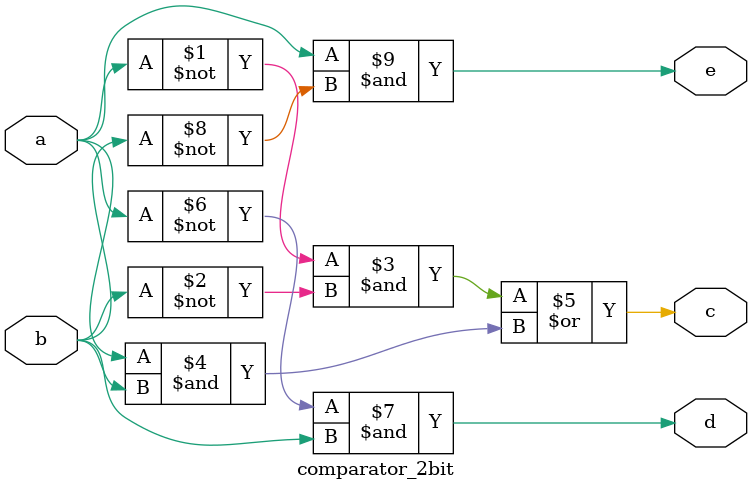
<source format=v>
`timescale 1ns / 1ps


module comparator_2bit(input a,b,output c,d,e);
assign c=~a&~b|a&b;
assign d=~a&b;
assign e=a&~b;
endmodule

</source>
